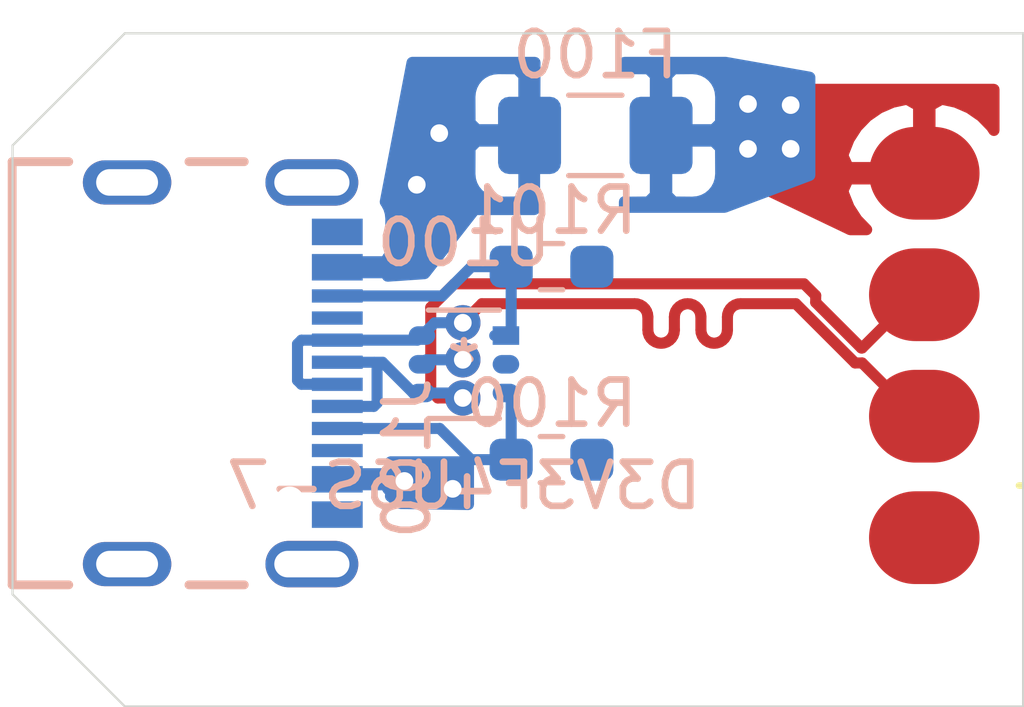
<source format=kicad_pcb>
(kicad_pcb (version 20171130) (host pcbnew "(5.1.10)-1")

  (general
    (thickness 1.6)
    (drawings 6)
    (tracks 124)
    (zones 0)
    (modules 6)
    (nets 8)
  )

  (page A4)
  (layers
    (0 F.Cu signal)
    (1 In1.Cu signal)
    (2 In2.Cu signal hide)
    (31 B.Cu signal)
    (32 B.Adhes user)
    (33 F.Adhes user)
    (34 B.Paste user)
    (35 F.Paste user)
    (36 B.SilkS user hide)
    (37 F.SilkS user hide)
    (38 B.Mask user)
    (39 F.Mask user)
    (40 Dwgs.User user)
    (41 Cmts.User user)
    (42 Eco1.User user)
    (43 Eco2.User user)
    (44 Edge.Cuts user)
    (45 Margin user)
    (46 B.CrtYd user)
    (47 F.CrtYd user)
    (48 B.Fab user hide)
    (49 F.Fab user hide)
  )

  (setup
    (last_trace_width 0.25)
    (user_trace_width 0.25)
    (user_trace_width 0.5)
    (user_trace_width 1)
    (trace_clearance 0.2)
    (zone_clearance 0.508)
    (zone_45_only no)
    (trace_min 0.1524)
    (via_size 0.8)
    (via_drill 0.4)
    (via_min_size 0.508)
    (via_min_drill 0.254)
    (user_via 0.508 0.254)
    (uvia_size 0.3)
    (uvia_drill 0.1)
    (uvias_allowed no)
    (uvia_min_size 0.2)
    (uvia_min_drill 0.1)
    (edge_width 0.05)
    (segment_width 0.2)
    (pcb_text_width 0.3)
    (pcb_text_size 1.5 1.5)
    (mod_edge_width 0.12)
    (mod_text_size 1 1)
    (mod_text_width 0.15)
    (pad_size 1.524 1.524)
    (pad_drill 0.762)
    (pad_to_mask_clearance 0.0508)
    (solder_mask_min_width 0.101)
    (aux_axis_origin 0 0)
    (visible_elements FFFFFF7F)
    (pcbplotparams
      (layerselection 0x010fc_ffffffff)
      (usegerberextensions false)
      (usegerberattributes true)
      (usegerberadvancedattributes true)
      (creategerberjobfile true)
      (excludeedgelayer true)
      (linewidth 0.100000)
      (plotframeref false)
      (viasonmask false)
      (mode 1)
      (useauxorigin false)
      (hpglpennumber 1)
      (hpglpenspeed 20)
      (hpglpendiameter 15.000000)
      (psnegative false)
      (psa4output false)
      (plotreference true)
      (plotvalue true)
      (plotinvisibletext false)
      (padsonsilk false)
      (subtractmaskfromsilk false)
      (outputformat 1)
      (mirror false)
      (drillshape 1)
      (scaleselection 1)
      (outputdirectory ""))
  )

  (net 0 "")
  (net 1 /VBUS_RCPT)
  (net 2 /VBUS)
  (net 3 GND)
  (net 4 /USBC_CC1)
  (net 5 /USBC_CC2)
  (net 6 /USB_D_N)
  (net 7 /USB_D_P)

  (net_class Default "This is the default net class."
    (clearance 0.2)
    (trace_width 0.25)
    (via_dia 0.8)
    (via_drill 0.4)
    (uvia_dia 0.3)
    (uvia_drill 0.1)
    (add_net /USBC_CC1)
    (add_net /USBC_CC2)
    (add_net /VBUS)
    (add_net /VBUS_RCPT)
    (add_net GND)
  )

  (net_class USB ""
    (clearance 0.2)
    (trace_width 0.25)
    (via_dia 0.8)
    (via_drill 0.4)
    (uvia_dia 0.3)
    (uvia_drill 0.1)
    (diff_pair_width 0.25)
    (diff_pair_gap 0.0889)
    (add_net /USB_D_N)
    (add_net /USB_D_P)
  )

  (module Connectors:GCT_USB4105_REVA (layer B.Cu) (tedit 60F5290B) (tstamp 60F59776)
    (at 83.8708 57.2262 90)
    (descr "GCT USB4105 USB C Receptacle")
    (tags "USB-C Receptacle")
    (path /60F89988)
    (attr smd)
    (fp_text reference J100 (at -1.925 6.335 90) (layer B.SilkS)
      (effects (font (size 1 1) (thickness 0.15)) (justify mirror))
    )
    (fp_text value USB4105_REVA (at 5.06 -3.665 90) (layer B.Fab)
      (effects (font (size 1 1) (thickness 0.15)) (justify mirror))
    )
    (fp_text user PCB~EDGE (at 5.4 -2.5 90) (layer B.Fab)
      (effects (font (size 0.32 0.32) (thickness 0.15)) (justify mirror))
    )
    (fp_line (start -4.79 4.93) (end 4.79 4.93) (layer B.Fab) (width 0.1))
    (fp_line (start 4.79 4.93) (end 4.79 -2.6) (layer B.Fab) (width 0.1))
    (fp_line (start 4.79 -2.6) (end -4.79 -2.6) (layer B.Fab) (width 0.1))
    (fp_line (start -4.79 -2.6) (end -4.79 4.93) (layer B.Fab) (width 0.1))
    (fp_line (start -4.79 -1.32) (end -4.79 -2.6) (layer B.SilkS) (width 0.2))
    (fp_line (start -4.79 -2.6) (end 4.79 -2.6) (layer B.SilkS) (width 0.2))
    (fp_line (start 4.79 -2.6) (end 4.79 -1.32) (layer B.SilkS) (width 0.2))
    (fp_line (start -5.1 5.58) (end -5.1 -2.85) (layer B.CrtYd) (width 0.05))
    (fp_line (start -5.1 -2.85) (end 5.1 -2.85) (layer B.CrtYd) (width 0.05))
    (fp_line (start 5.1 -2.85) (end 5.1 5.58) (layer B.CrtYd) (width 0.05))
    (fp_line (start 5.1 5.58) (end -5.1 5.58) (layer B.CrtYd) (width 0.05))
    (fp_line (start 4.8 -2.6) (end 8.4 -2.6) (layer B.Fab) (width 0.1))
    (fp_line (start -4.79 2.65) (end -4.79 1.4) (layer B.SilkS) (width 0.2))
    (fp_line (start 4.79 2.65) (end 4.79 1.4) (layer B.SilkS) (width 0.2))
    (pad G1 thru_hole oval (at -4.32 0 90) (size 1 2) (drill oval 0.6 1.4) (layers *.Cu *.Mask)
      (net 3 GND))
    (pad G2 thru_hole oval (at 4.32 0 90) (size 1 2) (drill oval 0.6 1.4) (layers *.Cu *.Mask)
      (net 3 GND))
    (pad G3 thru_hole oval (at -4.32 4.18 90) (size 1.05 2.1) (drill oval 0.6 1.7) (layers *.Cu *.Mask)
      (net 3 GND))
    (pad G4 thru_hole oval (at 4.32 4.18 90) (size 1.05 2.1) (drill oval 0.6 1.7) (layers *.Cu *.Mask)
      (net 3 GND))
    (pad None np_thru_hole circle (at 2.89 3.68 90) (size 0.65 0.65) (drill 0.65) (layers *.Cu *.Mask))
    (pad None np_thru_hole circle (at -2.89 3.68 90) (size 0.65 0.65) (drill 0.65) (layers *.Cu *.Mask))
    (pad A1/B12 smd rect (at -3.2 4.755 90) (size 0.6 1.15) (layers B.Cu B.Paste B.Mask)
      (net 3 GND))
    (pad B1/A12 smd rect (at 3.2 4.755 90) (size 0.6 1.15) (layers B.Cu B.Paste B.Mask)
      (net 3 GND))
    (pad A4/B9 smd rect (at -2.4 4.755 90) (size 0.6 1.15) (layers B.Cu B.Paste B.Mask)
      (net 1 /VBUS_RCPT))
    (pad B4/A9 smd rect (at 2.4 4.755 90) (size 0.6 1.15) (layers B.Cu B.Paste B.Mask)
      (net 1 /VBUS_RCPT))
    (pad A7 smd rect (at 0.25 4.755 90) (size 0.3 1.15) (layers B.Cu B.Paste B.Mask)
      (net 6 /USB_D_N))
    (pad A6 smd rect (at -0.25 4.755 90) (size 0.3 1.15) (layers B.Cu B.Paste B.Mask)
      (net 7 /USB_D_P))
    (pad B6 smd rect (at 0.75 4.755 90) (size 0.3 1.15) (layers B.Cu B.Paste B.Mask)
      (net 7 /USB_D_P))
    (pad A8 smd rect (at 1.25 4.755 90) (size 0.3 1.15) (layers B.Cu B.Paste B.Mask))
    (pad B5 smd rect (at 1.75 4.755 90) (size 0.3 1.15) (layers B.Cu B.Paste B.Mask)
      (net 5 /USBC_CC2))
    (pad B7 smd rect (at -0.75 4.755 90) (size 0.3 1.15) (layers B.Cu B.Paste B.Mask)
      (net 6 /USB_D_N))
    (pad A5 smd rect (at -1.25 4.755 90) (size 0.3 1.15) (layers B.Cu B.Paste B.Mask)
      (net 4 /USBC_CC1))
    (pad B8 smd rect (at -1.75 4.755 90) (size 0.3 1.15) (layers B.Cu B.Paste B.Mask))
    (model "C:/KiCad Libraries/Connectors.3d/USB4105_REVA.step"
      (at (xyz 0 0 0))
      (scale (xyz 1 1 1))
      (rotate (xyz -90 0 0))
    )
  )

  (module Circuit_Protection:D3V3F4U6S-7 (layer B.Cu) (tedit 60F53215) (tstamp 60F597E2)
    (at 91.4908 57.023 180)
    (path /60FB67B3)
    (fp_text reference U100 (at 0 2.75) (layer B.SilkS)
      (effects (font (size 1 1) (thickness 0.15)) (justify mirror))
    )
    (fp_text value D3V3F4U6S-7 (at 0 -2.75) (layer B.SilkS)
      (effects (font (size 1 1) (thickness 0.15)) (justify mirror))
    )
    (fp_text user "Copyright 2021 Accelerated Designs. All rights reserved." (at 0 0) (layer Cmts.User) hide
      (effects (font (size 0.127 0.127) (thickness 0.002)))
    )
    (fp_text user * (at 0 0) (layer B.SilkS)
      (effects (font (size 1 1) (thickness 0.15)) (justify mirror))
    )
    (fp_text user * (at 0 0) (layer B.Fab)
      (effects (font (size 1 1) (thickness 0.15)) (justify mirror))
    )
    (fp_text user 0.024in/0.6mm (at -0.95 4.148) (layer Dwgs.User) hide
      (effects (font (size 1 1) (thickness 0.15)))
    )
    (fp_text user 0.026in/0.65mm (at -3.998 0.325) (layer Dwgs.User) hide
      (effects (font (size 1 1) (thickness 0.15)))
    )
    (fp_text user 0.075in/1.9mm (at 0 -3.698) (layer Dwgs.User) hide
      (effects (font (size 1 1) (thickness 0.15)))
    )
    (fp_text user 0.017in/0.42mm (at 3.998 0.65) (layer Dwgs.User) hide
      (effects (font (size 1 1) (thickness 0.15)))
    )
    (fp_arc (start 0 1.1) (end 0.3048 1.1) (angle -180) (layer B.Fab) (width 0.1))
    (fp_line (start -0.802 -1.227) (end 0.802 -1.227) (layer B.SilkS) (width 0.12))
    (fp_line (start 0.802 1.227) (end -0.802 1.227) (layer B.SilkS) (width 0.12))
    (fp_line (start -0.675 -1.1) (end 0.675 -1.1) (layer B.Fab) (width 0.1))
    (fp_line (start 0.675 -1.1) (end 0.675 1.1) (layer B.Fab) (width 0.1))
    (fp_line (start 0.675 1.1) (end -0.675 1.1) (layer B.Fab) (width 0.1))
    (fp_line (start -0.675 1.1) (end -0.675 -1.1) (layer B.Fab) (width 0.1))
    (fp_line (start -1.504 -1.114) (end -1.504 1.114) (layer B.CrtYd) (width 0.05))
    (fp_line (start -1.504 1.114) (end -0.929 1.114) (layer B.CrtYd) (width 0.05))
    (fp_line (start -0.929 1.114) (end -0.929 1.354) (layer B.CrtYd) (width 0.05))
    (fp_line (start -0.929 1.354) (end 0.929 1.354) (layer B.CrtYd) (width 0.05))
    (fp_line (start 0.929 1.354) (end 0.929 1.114) (layer B.CrtYd) (width 0.05))
    (fp_line (start 0.929 1.114) (end 1.504 1.114) (layer B.CrtYd) (width 0.05))
    (fp_line (start 1.504 1.114) (end 1.504 -1.114) (layer B.CrtYd) (width 0.05))
    (fp_line (start 1.504 -1.114) (end 0.929 -1.114) (layer B.CrtYd) (width 0.05))
    (fp_line (start 0.929 -1.114) (end 0.929 -1.354) (layer B.CrtYd) (width 0.05))
    (fp_line (start 0.929 -1.354) (end -0.929 -1.354) (layer B.CrtYd) (width 0.05))
    (fp_line (start -0.929 -1.354) (end -0.929 -1.114) (layer B.CrtYd) (width 0.05))
    (fp_line (start -0.929 -1.114) (end -1.504 -1.114) (layer B.CrtYd) (width 0.05))
    (fp_circle (center -0.421 0.65) (end -0.421 0.65) (layer B.Fab) (width 0.1))
    (pad 1 smd rect (at -0.950001 0.649999 180) (size 0.6 0.42) (layers B.Cu B.Paste B.Mask)
      (net 5 /USBC_CC2))
    (pad 2 smd oval (at -0.950001 0 180) (size 0.6 0.42) (layers B.Cu B.Paste B.Mask)
      (net 3 GND))
    (pad 3 smd oval (at -0.950001 -0.649999 180) (size 0.6 0.42) (layers B.Cu B.Paste B.Mask)
      (net 4 /USBC_CC1))
    (pad 4 smd oval (at 0.950001 -0.649999 180) (size 0.6 0.42) (layers B.Cu B.Paste B.Mask)
      (net 6 /USB_D_N))
    (pad 5 smd oval (at 0.950001 0 180) (size 0.6 0.42) (layers B.Cu B.Paste B.Mask)
      (net 1 /VBUS_RCPT))
    (pad 6 smd oval (at 0.950001 0.649999 180) (size 0.6 0.42) (layers B.Cu B.Paste B.Mask)
      (net 7 /USB_D_P))
  )

  (module Resistor_SMD:R_0603_1608Metric_Pad0.98x0.95mm_HandSolder (layer B.Cu) (tedit 5F68FEEE) (tstamp 60F568F8)
    (at 93.472 54.8132)
    (descr "Resistor SMD 0603 (1608 Metric), square (rectangular) end terminal, IPC_7351 nominal with elongated pad for handsoldering. (Body size source: IPC-SM-782 page 72, https://www.pcb-3d.com/wordpress/wp-content/uploads/ipc-sm-782a_amendment_1_and_2.pdf), generated with kicad-footprint-generator")
    (tags "resistor handsolder")
    (path /60F6ED41)
    (attr smd)
    (fp_text reference R101 (at 0 -1.27 180) (layer B.SilkS)
      (effects (font (size 1 1) (thickness 0.15)) (justify mirror))
    )
    (fp_text value 5.1k (at 0 -1.43 180) (layer B.Fab)
      (effects (font (size 1 1) (thickness 0.15)) (justify mirror))
    )
    (fp_text user %R (at 0 0 180) (layer B.Fab)
      (effects (font (size 0.4 0.4) (thickness 0.06)) (justify mirror))
    )
    (fp_line (start -0.8 -0.4125) (end -0.8 0.4125) (layer B.Fab) (width 0.1))
    (fp_line (start -0.8 0.4125) (end 0.8 0.4125) (layer B.Fab) (width 0.1))
    (fp_line (start 0.8 0.4125) (end 0.8 -0.4125) (layer B.Fab) (width 0.1))
    (fp_line (start 0.8 -0.4125) (end -0.8 -0.4125) (layer B.Fab) (width 0.1))
    (fp_line (start -0.254724 0.5225) (end 0.254724 0.5225) (layer B.SilkS) (width 0.12))
    (fp_line (start -0.254724 -0.5225) (end 0.254724 -0.5225) (layer B.SilkS) (width 0.12))
    (fp_line (start -1.65 -0.73) (end -1.65 0.73) (layer B.CrtYd) (width 0.05))
    (fp_line (start -1.65 0.73) (end 1.65 0.73) (layer B.CrtYd) (width 0.05))
    (fp_line (start 1.65 0.73) (end 1.65 -0.73) (layer B.CrtYd) (width 0.05))
    (fp_line (start 1.65 -0.73) (end -1.65 -0.73) (layer B.CrtYd) (width 0.05))
    (pad 2 smd roundrect (at 0.9125 0) (size 0.975 0.95) (layers B.Cu B.Paste B.Mask) (roundrect_rratio 0.25)
      (net 3 GND))
    (pad 1 smd roundrect (at -0.9125 0) (size 0.975 0.95) (layers B.Cu B.Paste B.Mask) (roundrect_rratio 0.25)
      (net 5 /USBC_CC2))
    (model ${KISYS3DMOD}/Resistor_SMD.3dshapes/R_0603_1608Metric.wrl
      (at (xyz 0 0 0))
      (scale (xyz 1 1 1))
      (rotate (xyz 0 0 0))
    )
  )

  (module Resistor_SMD:R_0603_1608Metric_Pad0.98x0.95mm_HandSolder (layer B.Cu) (tedit 5F68FEEE) (tstamp 60F568E7)
    (at 93.472 59.182)
    (descr "Resistor SMD 0603 (1608 Metric), square (rectangular) end terminal, IPC_7351 nominal with elongated pad for handsoldering. (Body size source: IPC-SM-782 page 72, https://www.pcb-3d.com/wordpress/wp-content/uploads/ipc-sm-782a_amendment_1_and_2.pdf), generated with kicad-footprint-generator")
    (tags "resistor handsolder")
    (path /60F69EEC)
    (attr smd)
    (fp_text reference R100 (at 0 -1.27) (layer B.SilkS)
      (effects (font (size 1 1) (thickness 0.15)) (justify mirror))
    )
    (fp_text value 5.1k (at 0 -1.43) (layer B.Fab)
      (effects (font (size 1 1) (thickness 0.15)) (justify mirror))
    )
    (fp_text user %R (at 0 0) (layer B.Fab)
      (effects (font (size 0.4 0.4) (thickness 0.06)) (justify mirror))
    )
    (fp_line (start -0.8 -0.4125) (end -0.8 0.4125) (layer B.Fab) (width 0.1))
    (fp_line (start -0.8 0.4125) (end 0.8 0.4125) (layer B.Fab) (width 0.1))
    (fp_line (start 0.8 0.4125) (end 0.8 -0.4125) (layer B.Fab) (width 0.1))
    (fp_line (start 0.8 -0.4125) (end -0.8 -0.4125) (layer B.Fab) (width 0.1))
    (fp_line (start -0.254724 0.5225) (end 0.254724 0.5225) (layer B.SilkS) (width 0.12))
    (fp_line (start -0.254724 -0.5225) (end 0.254724 -0.5225) (layer B.SilkS) (width 0.12))
    (fp_line (start -1.65 -0.73) (end -1.65 0.73) (layer B.CrtYd) (width 0.05))
    (fp_line (start -1.65 0.73) (end 1.65 0.73) (layer B.CrtYd) (width 0.05))
    (fp_line (start 1.65 0.73) (end 1.65 -0.73) (layer B.CrtYd) (width 0.05))
    (fp_line (start 1.65 -0.73) (end -1.65 -0.73) (layer B.CrtYd) (width 0.05))
    (pad 2 smd roundrect (at 0.9125 0) (size 0.975 0.95) (layers B.Cu B.Paste B.Mask) (roundrect_rratio 0.25)
      (net 3 GND))
    (pad 1 smd roundrect (at -0.9125 0) (size 0.975 0.95) (layers B.Cu B.Paste B.Mask) (roundrect_rratio 0.25)
      (net 4 /USBC_CC1))
    (model ${KISYS3DMOD}/Resistor_SMD.3dshapes/R_0603_1608Metric.wrl
      (at (xyz 0 0 0))
      (scale (xyz 1 1 1))
      (rotate (xyz 0 0 0))
    )
  )

  (module "Connectors:Garmin Fenix 3 Charge Pins" (layer F.Cu) (tedit 60F50FE5) (tstamp 60F568D6)
    (at 101.9048 56.7732 90)
    (path /60F658AD)
    (fp_text reference J200 (at -2.54 3.81 180) (layer F.SilkS)
      (effects (font (size 1 1) (thickness 0.15)))
    )
    (fp_text value "Garmin Fenix 3 Pogo Pins" (at 0 -5.08 90) (layer F.Fab)
      (effects (font (size 1 1) (thickness 0.15)))
    )
    (pad 4 smd oval (at -4.175 0 90) (size 2.1 2.5) (layers F.Cu F.Paste F.Mask)
      (net 3 GND))
    (pad 3 smd oval (at -1.425 0 90) (size 2.1 2.5) (layers F.Cu F.Paste F.Mask)
      (net 7 /USB_D_P))
    (pad 2 smd oval (at 1.325 0 90) (size 2.1 2.5) (layers F.Cu F.Paste F.Mask)
      (net 6 /USB_D_N))
    (pad 1 smd oval (at 4.075 0 90) (size 2.1 2.5) (layers F.Cu F.Paste F.Mask)
      (net 2 /VBUS))
  )

  (module Fuse:Fuse_1206_3216Metric_Pad1.42x1.75mm_HandSolder (layer B.Cu) (tedit 5F68FEF1) (tstamp 60F568A6)
    (at 94.4626 51.8414 180)
    (descr "Fuse SMD 1206 (3216 Metric), square (rectangular) end terminal, IPC_7351 nominal with elongated pad for handsoldering. (Body size source: http://www.tortai-tech.com/upload/download/2011102023233369053.pdf), generated with kicad-footprint-generator")
    (tags "fuse handsolder")
    (path /60F6765B)
    (attr smd)
    (fp_text reference F100 (at 0 1.82) (layer B.SilkS)
      (effects (font (size 1 1) (thickness 0.15)) (justify mirror))
    )
    (fp_text value Polyfuse (at 0 -1.82) (layer B.Fab)
      (effects (font (size 1 1) (thickness 0.15)) (justify mirror))
    )
    (fp_text user %R (at 0 0) (layer B.Fab)
      (effects (font (size 0.8 0.8) (thickness 0.12)) (justify mirror))
    )
    (fp_line (start -1.6 -0.8) (end -1.6 0.8) (layer B.Fab) (width 0.1))
    (fp_line (start -1.6 0.8) (end 1.6 0.8) (layer B.Fab) (width 0.1))
    (fp_line (start 1.6 0.8) (end 1.6 -0.8) (layer B.Fab) (width 0.1))
    (fp_line (start 1.6 -0.8) (end -1.6 -0.8) (layer B.Fab) (width 0.1))
    (fp_line (start -0.602064 0.91) (end 0.602064 0.91) (layer B.SilkS) (width 0.12))
    (fp_line (start -0.602064 -0.91) (end 0.602064 -0.91) (layer B.SilkS) (width 0.12))
    (fp_line (start -2.45 -1.12) (end -2.45 1.12) (layer B.CrtYd) (width 0.05))
    (fp_line (start -2.45 1.12) (end 2.45 1.12) (layer B.CrtYd) (width 0.05))
    (fp_line (start 2.45 1.12) (end 2.45 -1.12) (layer B.CrtYd) (width 0.05))
    (fp_line (start 2.45 -1.12) (end -2.45 -1.12) (layer B.CrtYd) (width 0.05))
    (pad 2 smd roundrect (at 1.4875 0 180) (size 1.425 1.75) (layers B.Cu B.Paste B.Mask) (roundrect_rratio 0.175439)
      (net 1 /VBUS_RCPT))
    (pad 1 smd roundrect (at -1.4875 0 180) (size 1.425 1.75) (layers B.Cu B.Paste B.Mask) (roundrect_rratio 0.175439)
      (net 2 /VBUS))
    (model ${KISYS3DMOD}/Fuse.3dshapes/Fuse_1206_3216Metric.wrl
      (at (xyz 0 0 0))
      (scale (xyz 1 1 1))
      (rotate (xyz 0 0 0))
    )
  )

  (gr_line (start 83.82 49.53) (end 81.28 52.07) (layer Edge.Cuts) (width 0.05) (tstamp 60F5711F))
  (gr_line (start 104.14 49.53) (end 83.82 49.53) (layer Edge.Cuts) (width 0.05))
  (gr_line (start 104.14 64.77) (end 104.14 49.53) (layer Edge.Cuts) (width 0.05))
  (gr_line (start 83.82 64.77) (end 104.14 64.77) (layer Edge.Cuts) (width 0.05))
  (gr_line (start 81.28 62.23) (end 83.82 64.77) (layer Edge.Cuts) (width 0.05))
  (gr_line (start 81.28 52.07) (end 81.28 62.23) (layer Edge.Cuts) (width 0.05))

  (via (at 97.917 51.1302) (size 0.8) (drill 0.4) (layers F.Cu B.Cu) (net 2))
  (via (at 97.917 52.1462) (size 0.8) (drill 0.4) (layers F.Cu B.Cu) (net 2))
  (via (at 98.8822 52.1462) (size 0.8) (drill 0.4) (layers F.Cu B.Cu) (net 2))
  (via (at 98.8822 51.1556) (size 0.8) (drill 0.4) (layers F.Cu B.Cu) (net 2))
  (via (at 91.4654 56.9214) (size 0.8) (drill 0.4) (layers F.Cu B.Cu) (net 1))
  (via (at 90.424 52.959) (size 0.8) (drill 0.4) (layers F.Cu B.Cu) (net 1))
  (via (at 90.932 51.7906) (size 0.8) (drill 0.4) (layers F.Cu B.Cu) (net 1))
  (via (at 90.1446 59.6646) (size 0.8) (drill 0.4) (layers F.Cu B.Cu) (net 1))
  (via (at 91.2368 59.8424) (size 0.8) (drill 0.4) (layers F.Cu B.Cu) (net 1))
  (segment (start 88.6258 54.8262) (end 89.8268 54.8262) (width 0.5) (layer B.Cu) (net 1))
  (segment (start 90.1062 59.6262) (end 90.1446 59.6646) (width 0.5) (layer B.Cu) (net 1))
  (segment (start 88.6258 59.6262) (end 90.1062 59.6262) (width 0.5) (layer B.Cu) (net 1))
  (segment (start 90.642399 56.9214) (end 90.540799 57.023) (width 0.25) (layer B.Cu) (net 1))
  (segment (start 91.4654 56.9214) (end 90.642399 56.9214) (width 0.25) (layer B.Cu) (net 1))
  (segment (start 92.5595 57.791698) (end 92.440801 57.672999) (width 0.25) (layer B.Cu) (net 4))
  (segment (start 92.5595 59.182) (end 92.5595 57.791698) (width 0.25) (layer B.Cu) (net 4))
  (segment (start 90.943602 58.4762) (end 88.6258 58.4762) (width 0.25) (layer B.Cu) (net 4))
  (segment (start 91.649402 59.182) (end 90.943602 58.4762) (width 0.25) (layer B.Cu) (net 4))
  (segment (start 92.5595 59.182) (end 91.649402 59.182) (width 0.25) (layer B.Cu) (net 4))
  (via (at 91.4654 56.0832) (size 0.8) (drill 0.4) (layers F.Cu B.Cu) (net 7))
  (segment (start 92.187001 56.373001) (end 92.440801 56.373001) (width 0.25) (layer B.Cu) (net 5))
  (segment (start 91.662398 54.8132) (end 92.5595 54.8132) (width 0.25) (layer B.Cu) (net 5))
  (segment (start 90.999398 55.4762) (end 91.662398 54.8132) (width 0.25) (layer B.Cu) (net 5))
  (segment (start 88.6258 55.4762) (end 90.999398 55.4762) (width 0.25) (layer B.Cu) (net 5))
  (segment (start 92.5595 56.254302) (end 92.440801 56.373001) (width 0.25) (layer B.Cu) (net 5))
  (segment (start 92.5595 54.8132) (end 92.5595 56.254302) (width 0.25) (layer B.Cu) (net 5))
  (segment (start 90.34418 57.672999) (end 90.540799 57.672999) (width 0.25) (layer B.Cu) (net 6))
  (segment (start 89.647381 56.9762) (end 90.34418 57.672999) (width 0.25) (layer B.Cu) (net 6))
  (segment (start 89.525801 57.901199) (end 89.525801 57.039201) (width 0.25) (layer B.Cu) (net 6))
  (segment (start 89.4508 57.9762) (end 89.525801 57.901199) (width 0.25) (layer B.Cu) (net 6))
  (segment (start 88.6258 57.9762) (end 89.4508 57.9762) (width 0.25) (layer B.Cu) (net 6))
  (segment (start 89.525801 57.039201) (end 89.4628 56.9762) (width 0.25) (layer B.Cu) (net 6))
  (segment (start 89.4628 56.9762) (end 89.647381 56.9762) (width 0.25) (layer B.Cu) (net 6))
  (segment (start 88.6258 56.9762) (end 89.4628 56.9762) (width 0.25) (layer B.Cu) (net 6))
  (segment (start 90.540799 57.672999) (end 91.429599 57.672999) (width 0.25) (layer B.Cu) (net 6))
  (segment (start 91.429599 57.672999) (end 91.4654 57.7088) (width 0.25) (layer B.Cu) (net 6))
  (via (at 91.4654 57.785) (size 0.8) (drill 0.4) (layers F.Cu B.Cu) (net 6))
  (segment (start 101.7048 55.4482) (end 101.9048 55.4482) (width 0.25) (layer F.Cu) (net 6))
  (segment (start 100.49925 56.65375) (end 101.7048 55.4482) (width 0.25) (layer F.Cu) (net 6))
  (segment (start 100.47979 56.65375) (end 100.49925 56.65375) (width 0.25) (layer F.Cu) (net 6))
  (segment (start 99.44817 55.62213) (end 100.47979 56.65375) (width 0.25) (layer F.Cu) (net 6))
  (segment (start 90.740399 55.735199) (end 91.274207 55.201391) (width 0.25) (layer F.Cu) (net 6))
  (segment (start 99.44817 55.465) (end 99.44817 55.62213) (width 0.25) (layer F.Cu) (net 6))
  (segment (start 91.4654 57.785) (end 90.899715 57.785) (width 0.25) (layer F.Cu) (net 6))
  (segment (start 91.274207 55.201391) (end 99.18456 55.20139) (width 0.25) (layer F.Cu) (net 6))
  (segment (start 90.899715 57.785) (end 90.740399 57.625684) (width 0.25) (layer F.Cu) (net 6))
  (segment (start 90.740399 57.625684) (end 90.740399 55.735199) (width 0.25) (layer F.Cu) (net 6))
  (segment (start 99.18456 55.20139) (end 99.44817 55.465) (width 0.25) (layer F.Cu) (net 6))
  (segment (start 90.4376 56.4762) (end 90.540799 56.373001) (width 0.25) (layer B.Cu) (net 7))
  (segment (start 88.6258 56.4762) (end 90.4376 56.4762) (width 0.25) (layer B.Cu) (net 7))
  (segment (start 87.815798 56.4762) (end 88.6258 56.4762) (width 0.25) (layer B.Cu) (net 7))
  (segment (start 87.725799 56.566199) (end 87.815798 56.4762) (width 0.25) (layer B.Cu) (net 7))
  (segment (start 87.725799 57.386201) (end 87.725799 56.566199) (width 0.25) (layer B.Cu) (net 7))
  (segment (start 87.815798 57.4762) (end 87.725799 57.386201) (width 0.25) (layer B.Cu) (net 7))
  (segment (start 88.6258 57.4762) (end 87.815798 57.4762) (width 0.25) (layer B.Cu) (net 7))
  (segment (start 90.8306 56.0832) (end 91.4654 56.0832) (width 0.25) (layer B.Cu) (net 7))
  (segment (start 90.540799 56.373001) (end 90.8306 56.0832) (width 0.25) (layer B.Cu) (net 7))
  (segment (start 101.7048 58.1982) (end 101.9048 58.1982) (width 0.25) (layer F.Cu) (net 7))
  (segment (start 100.49925 56.99265) (end 101.7048 58.1982) (width 0.25) (layer F.Cu) (net 7))
  (segment (start 100.33941 56.99265) (end 100.49925 56.99265) (width 0.25) (layer F.Cu) (net 7))
  (segment (start 98.99816 55.6514) (end 100.33941 56.99265) (width 0.25) (layer F.Cu) (net 7))
  (segment (start 97.7516 55.6514) (end 98.99816 55.6514) (width 0.25) (layer F.Cu) (net 7))
  (segment (start 97.684843 55.658921) (end 97.7516 55.6514) (width 0.25) (layer F.Cu) (net 7))
  (segment (start 97.621434 55.681109) (end 97.684843 55.658921) (width 0.25) (layer F.Cu) (net 7))
  (segment (start 97.564553 55.71685) (end 97.621434 55.681109) (width 0.25) (layer F.Cu) (net 7))
  (segment (start 96.281309 55.821234) (end 96.31705 55.764353) (width 0.25) (layer F.Cu) (net 7))
  (segment (start 95.62189 55.821234) (end 95.644078 55.884643) (width 0.25) (layer F.Cu) (net 7))
  (segment (start 96.259121 55.884643) (end 96.281309 55.821234) (width 0.25) (layer F.Cu) (net 7))
  (segment (start 96.31705 55.764353) (end 96.364553 55.71685) (width 0.25) (layer F.Cu) (net 7))
  (segment (start 96.2516 55.9514) (end 96.259121 55.884643) (width 0.25) (layer F.Cu) (net 7))
  (segment (start 97.4516 56.246448) (end 97.4516 55.9514) (width 0.25) (layer F.Cu) (net 7))
  (segment (start 96.138646 56.480997) (end 96.186149 56.433494) (width 0.25) (layer F.Cu) (net 7))
  (segment (start 96.018356 56.538926) (end 96.081765 56.516738) (width 0.25) (layer F.Cu) (net 7))
  (segment (start 97.51705 55.764353) (end 97.564553 55.71685) (width 0.25) (layer F.Cu) (net 7))
  (segment (start 95.9516 56.546448) (end 96.018356 56.538926) (width 0.25) (layer F.Cu) (net 7))
  (segment (start 96.186149 56.433494) (end 96.22189 56.376613) (width 0.25) (layer F.Cu) (net 7))
  (segment (start 95.884843 56.538926) (end 95.9516 56.546448) (width 0.25) (layer F.Cu) (net 7))
  (segment (start 95.821434 56.516738) (end 95.884843 56.538926) (width 0.25) (layer F.Cu) (net 7))
  (segment (start 95.764553 56.480997) (end 95.821434 56.516738) (width 0.25) (layer F.Cu) (net 7))
  (segment (start 96.22189 56.376613) (end 96.244078 56.313204) (width 0.25) (layer F.Cu) (net 7))
  (segment (start 95.538646 55.71685) (end 95.586149 55.764353) (width 0.25) (layer F.Cu) (net 7))
  (segment (start 95.71705 56.433494) (end 95.764553 56.480997) (width 0.25) (layer F.Cu) (net 7))
  (segment (start 91.8972 55.6514) (end 95.3516 55.6514) (width 0.25) (layer F.Cu) (net 7))
  (segment (start 96.081765 56.516738) (end 96.138646 56.480997) (width 0.25) (layer F.Cu) (net 7))
  (segment (start 96.244078 56.313204) (end 96.2516 56.246448) (width 0.25) (layer F.Cu) (net 7))
  (segment (start 95.3516 55.6514) (end 95.418356 55.658921) (width 0.25) (layer F.Cu) (net 7))
  (segment (start 95.659121 56.313204) (end 95.681309 56.376613) (width 0.25) (layer F.Cu) (net 7))
  (segment (start 96.2516 56.246448) (end 96.2516 55.9514) (width 0.25) (layer F.Cu) (net 7))
  (segment (start 95.681309 56.376613) (end 95.71705 56.433494) (width 0.25) (layer F.Cu) (net 7))
  (segment (start 95.418356 55.658921) (end 95.481765 55.681109) (width 0.25) (layer F.Cu) (net 7))
  (segment (start 95.481765 55.681109) (end 95.538646 55.71685) (width 0.25) (layer F.Cu) (net 7))
  (segment (start 95.586149 55.764353) (end 95.62189 55.821234) (width 0.25) (layer F.Cu) (net 7))
  (segment (start 91.4654 56.0832) (end 91.8972 55.6514) (width 0.25) (layer F.Cu) (net 7))
  (segment (start 96.738646 55.71685) (end 96.786149 55.764353) (width 0.25) (layer F.Cu) (net 7))
  (segment (start 95.644078 55.884643) (end 95.6516 55.9514) (width 0.25) (layer F.Cu) (net 7))
  (segment (start 95.6516 55.9514) (end 95.6516 56.246448) (width 0.25) (layer F.Cu) (net 7))
  (segment (start 96.91705 56.433494) (end 96.964553 56.480997) (width 0.25) (layer F.Cu) (net 7))
  (segment (start 95.6516 56.246448) (end 95.659121 56.313204) (width 0.25) (layer F.Cu) (net 7))
  (segment (start 96.364553 55.71685) (end 96.421434 55.681109) (width 0.25) (layer F.Cu) (net 7))
  (segment (start 96.421434 55.681109) (end 96.484843 55.658921) (width 0.25) (layer F.Cu) (net 7))
  (segment (start 96.484843 55.658921) (end 96.5516 55.6514) (width 0.25) (layer F.Cu) (net 7))
  (segment (start 96.5516 55.6514) (end 96.618356 55.658921) (width 0.25) (layer F.Cu) (net 7))
  (segment (start 96.618356 55.658921) (end 96.681765 55.681109) (width 0.25) (layer F.Cu) (net 7))
  (segment (start 96.681765 55.681109) (end 96.738646 55.71685) (width 0.25) (layer F.Cu) (net 7))
  (segment (start 96.786149 55.764353) (end 96.82189 55.821234) (width 0.25) (layer F.Cu) (net 7))
  (segment (start 96.82189 55.821234) (end 96.844078 55.884643) (width 0.25) (layer F.Cu) (net 7))
  (segment (start 96.844078 55.884643) (end 96.8516 55.9514) (width 0.25) (layer F.Cu) (net 7))
  (segment (start 97.4516 55.9514) (end 97.459121 55.884643) (width 0.25) (layer F.Cu) (net 7))
  (segment (start 96.8516 55.9514) (end 96.8516 56.246448) (width 0.25) (layer F.Cu) (net 7))
  (segment (start 97.459121 55.884643) (end 97.481309 55.821234) (width 0.25) (layer F.Cu) (net 7))
  (segment (start 96.8516 56.246448) (end 96.859121 56.313204) (width 0.25) (layer F.Cu) (net 7))
  (segment (start 96.859121 56.313204) (end 96.881309 56.376613) (width 0.25) (layer F.Cu) (net 7))
  (segment (start 96.881309 56.376613) (end 96.91705 56.433494) (width 0.25) (layer F.Cu) (net 7))
  (segment (start 96.964553 56.480997) (end 97.021434 56.516738) (width 0.25) (layer F.Cu) (net 7))
  (segment (start 97.021434 56.516738) (end 97.084843 56.538926) (width 0.25) (layer F.Cu) (net 7))
  (segment (start 97.084843 56.538926) (end 97.1516 56.546448) (width 0.25) (layer F.Cu) (net 7))
  (segment (start 97.1516 56.546448) (end 97.218356 56.538926) (width 0.25) (layer F.Cu) (net 7))
  (segment (start 97.218356 56.538926) (end 97.281765 56.516738) (width 0.25) (layer F.Cu) (net 7))
  (segment (start 97.281765 56.516738) (end 97.338646 56.480997) (width 0.25) (layer F.Cu) (net 7))
  (segment (start 97.338646 56.480997) (end 97.386149 56.433494) (width 0.25) (layer F.Cu) (net 7))
  (segment (start 97.386149 56.433494) (end 97.42189 56.376613) (width 0.25) (layer F.Cu) (net 7))
  (segment (start 97.42189 56.376613) (end 97.444078 56.313204) (width 0.25) (layer F.Cu) (net 7))
  (segment (start 97.444078 56.313204) (end 97.4516 56.246448) (width 0.25) (layer F.Cu) (net 7))
  (segment (start 97.481309 55.821234) (end 97.51705 55.764353) (width 0.25) (layer F.Cu) (net 7))

  (zone (net 1) (net_name /VBUS_RCPT) (layer B.Cu) (tstamp 0) (hatch edge 0.508)
    (connect_pads (clearance 0.508))
    (min_thickness 0.254)
    (fill yes (arc_segments 32) (thermal_gap 0.508) (thermal_bridge_width 0.508) (smoothing chamfer))
    (polygon
      (pts
        (xy 93.211499 53.6448) (xy 91.7956 53.6448) (xy 90.665602 55.0926) (xy 89.167002 55.1942) (xy 87.922402 55.1942)
        (xy 87.922402 54.4576) (xy 89.370202 54.4576) (xy 90.233802 49.9618) (xy 93.224501 49.9618)
      )
    )
    (filled_polygon
      (pts
        (xy 93.084947 53.5178) (xy 91.7956 53.5178) (xy 91.770824 53.52024) (xy 91.746999 53.527467) (xy 91.725043 53.539203)
        (xy 91.705797 53.554997) (xy 91.695484 53.56666) (xy 90.600398 54.969729) (xy 89.760709 55.026657) (xy 89.731337 54.971706)
        (xy 89.651985 54.875015) (xy 89.592504 54.8262) (xy 89.651985 54.777385) (xy 89.731337 54.680694) (xy 89.772425 54.603825)
        (xy 89.8358 54.54045) (xy 89.838872 54.5262) (xy 89.829023 54.4262) (xy 89.838872 54.3262) (xy 89.838872 53.7262)
        (xy 89.826612 53.601718) (xy 89.790302 53.48202) (xy 89.731337 53.371706) (xy 89.712518 53.348775) (xy 89.833991 52.7164)
        (xy 91.624528 52.7164) (xy 91.636788 52.840882) (xy 91.673098 52.96058) (xy 91.732063 53.070894) (xy 91.811415 53.167585)
        (xy 91.908106 53.246937) (xy 92.01842 53.305902) (xy 92.138118 53.342212) (xy 92.2626 53.354472) (xy 92.68935 53.3514)
        (xy 92.8481 53.19265) (xy 92.8481 51.9684) (xy 91.78635 51.9684) (xy 91.6276 52.12715) (xy 91.624528 52.7164)
        (xy 89.833991 52.7164) (xy 90.170149 50.9664) (xy 91.624528 50.9664) (xy 91.6276 51.55565) (xy 91.78635 51.7144)
        (xy 92.8481 51.7144) (xy 92.8481 50.49015) (xy 92.68935 50.3314) (xy 92.2626 50.328328) (xy 92.138118 50.340588)
        (xy 92.01842 50.376898) (xy 91.908106 50.435863) (xy 91.811415 50.515215) (xy 91.732063 50.611906) (xy 91.673098 50.72222)
        (xy 91.636788 50.841918) (xy 91.624528 50.9664) (xy 90.170149 50.9664) (xy 90.319288 50.19) (xy 93.096695 50.19)
      )
    )
  )
  (zone (net 1) (net_name /VBUS_RCPT) (layer B.Cu) (tstamp 0) (hatch edge 0.508)
    (connect_pads (clearance 0.508))
    (min_thickness 0.254)
    (fill yes (arc_segments 32) (thermal_gap 0.508) (thermal_bridge_width 0.508))
    (polygon
      (pts
        (xy 91.7194 60.325) (xy 90.0176 60.2996) (xy 89.5858 59.9948) (xy 89.5858 59.309) (xy 89.6874 59.1058)
        (xy 91.7194 59.1058)
      )
    )
    (filled_polygon
      (pts
        (xy 91.5924 60.19609) (xy 90.058759 60.1732) (xy 89.83042 60.01202) (xy 89.838872 59.9262) (xy 89.8358 59.91195)
        (xy 89.772425 59.848575) (xy 89.731337 59.771706) (xy 89.7128 59.749119) (xy 89.7128 59.503281) (xy 89.731337 59.480694)
        (xy 89.772425 59.403825) (xy 89.8358 59.34045) (xy 89.838872 59.3262) (xy 89.829673 59.2328) (xy 91.5924 59.2328)
      )
    )
  )
  (zone (net 1) (net_name /VBUS_RCPT) (layer In2.Cu) (tstamp 0) (hatch edge 0.508)
    (connect_pads (clearance 0.508))
    (min_thickness 0.254)
    (fill yes (arc_segments 32) (thermal_gap 0.508) (thermal_bridge_width 0.508))
    (polygon
      (pts
        (xy 91.6432 52.1716) (xy 91.6432 60.2996) (xy 89.9414 60.2742) (xy 89.6112 59.9186) (xy 89.6112 53.3146)
        (xy 89.9414 51.5112) (xy 90.297 51.1048) (xy 91.44 51.1048)
      )
    )
    (filled_polygon
      (pts
        (xy 91.5162 52.183587) (xy 91.5162 55.734) (xy 91.388861 55.734) (xy 91.188902 55.773774) (xy 91.000544 55.851795)
        (xy 90.831026 55.965063) (xy 90.686863 56.109226) (xy 90.573595 56.278744) (xy 90.495574 56.467102) (xy 90.4558 56.667061)
        (xy 90.4558 56.870939) (xy 90.495574 57.070898) (xy 90.553465 57.210657) (xy 90.548195 57.218544) (xy 90.470174 57.406902)
        (xy 90.4304 57.606861) (xy 90.4304 57.810739) (xy 90.470174 58.010698) (xy 90.548195 58.199056) (xy 90.661463 58.368574)
        (xy 90.805626 58.512737) (xy 90.975144 58.626005) (xy 91.163502 58.704026) (xy 91.363461 58.7438) (xy 91.5162 58.7438)
        (xy 91.5162 60.17069) (xy 89.997546 60.148024) (xy 89.7382 59.868728) (xy 89.7382 53.326129) (xy 90.06002 51.568495)
        (xy 90.354628 51.2318) (xy 91.334907 51.2318)
      )
    )
  )
  (zone (net 2) (net_name /VBUS) (layer B.Cu) (tstamp 0) (hatch edge 0.508)
    (connect_pads (clearance 0.508))
    (min_thickness 0.254)
    (fill yes (arc_segments 32) (thermal_gap 0.508) (thermal_bridge_width 0.508))
    (polygon
      (pts
        (xy 99.441 50.419) (xy 99.441 52.832) (xy 97.409 53.594) (xy 94.996 53.594) (xy 94.996 50.038)
        (xy 97.282 50.038)
      )
    )
    (filled_polygon
      (pts
        (xy 99.314 50.525551) (xy 99.314 52.743989) (xy 97.38597 53.467) (xy 95.123 53.467) (xy 95.123 53.343185)
        (xy 95.2376 53.354472) (xy 95.66435 53.3514) (xy 95.8231 53.19265) (xy 95.8231 51.9684) (xy 96.0771 51.9684)
        (xy 96.0771 53.19265) (xy 96.23585 53.3514) (xy 96.6626 53.354472) (xy 96.787082 53.342212) (xy 96.90678 53.305902)
        (xy 97.017094 53.246937) (xy 97.113785 53.167585) (xy 97.193137 53.070894) (xy 97.252102 52.96058) (xy 97.288412 52.840882)
        (xy 97.300672 52.7164) (xy 97.2976 52.12715) (xy 97.13885 51.9684) (xy 96.0771 51.9684) (xy 95.8231 51.9684)
        (xy 95.8031 51.9684) (xy 95.8031 51.7144) (xy 95.8231 51.7144) (xy 95.8231 50.49015) (xy 96.0771 50.49015)
        (xy 96.0771 51.7144) (xy 97.13885 51.7144) (xy 97.2976 51.55565) (xy 97.300672 50.9664) (xy 97.288412 50.841918)
        (xy 97.252102 50.72222) (xy 97.193137 50.611906) (xy 97.113785 50.515215) (xy 97.017094 50.435863) (xy 96.90678 50.376898)
        (xy 96.787082 50.340588) (xy 96.6626 50.328328) (xy 96.23585 50.3314) (xy 96.0771 50.49015) (xy 95.8231 50.49015)
        (xy 95.66435 50.3314) (xy 95.2376 50.328328) (xy 95.123 50.339615) (xy 95.123 50.19) (xy 97.412544 50.19)
      )
    )
  )
  (zone (net 2) (net_name /VBUS) (layer F.Cu) (tstamp 0) (hatch edge 0.508)
    (connect_pads (clearance 0.508))
    (min_thickness 0.254)
    (fill yes (arc_segments 32) (thermal_gap 0.508) (thermal_bridge_width 0.508))
    (polygon
      (pts
        (xy 103.759 54.102) (xy 100.203 54.102) (xy 97.282 52.705) (xy 97.282 50.673) (xy 103.759 50.673)
      )
    )
    (filled_polygon
      (pts
        (xy 103.480001 51.728712) (xy 103.427307 51.647109) (xy 103.196838 51.409297) (xy 102.924402 51.221017) (xy 102.620469 51.089504)
        (xy 102.29672 51.019813) (xy 102.0318 51.169204) (xy 102.0318 52.5712) (xy 102.0518 52.5712) (xy 102.0518 52.8252)
        (xy 102.0318 52.8252) (xy 102.0318 52.8452) (xy 101.7778 52.8452) (xy 101.7778 52.8252) (xy 100.183843 52.8252)
        (xy 100.065146 53.086479) (xy 100.080728 53.16318) (xy 100.202647 53.471086) (xy 100.382293 53.749291) (xy 100.601033 53.975)
        (xy 100.231807 53.975) (xy 97.409 52.624962) (xy 97.409 52.309921) (xy 100.065146 52.309921) (xy 100.183843 52.5712)
        (xy 101.7778 52.5712) (xy 101.7778 51.169204) (xy 101.51288 51.019813) (xy 101.189131 51.089504) (xy 100.885198 51.221017)
        (xy 100.612762 51.409297) (xy 100.382293 51.647109) (xy 100.202647 51.925314) (xy 100.080728 52.23322) (xy 100.065146 52.309921)
        (xy 97.409 52.309921) (xy 97.409 50.8) (xy 103.480001 50.8)
      )
    )
  )
)

</source>
